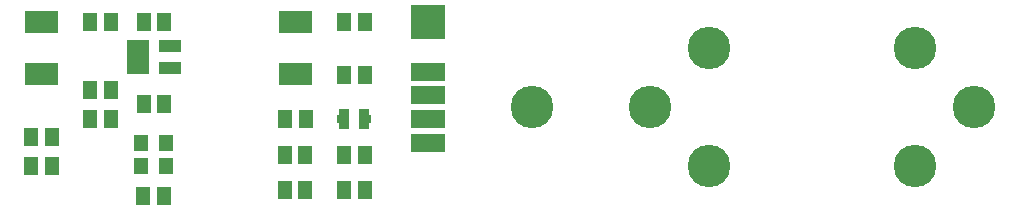
<source format=gbr>
G04 #@! TF.FileFunction,Soldermask,Top*
%FSLAX46Y46*%
G04 Gerber Fmt 4.6, Leading zero omitted, Abs format (unit mm)*
G04 Created by KiCad (PCBNEW 4.0.7-e2-6376~61~ubuntu18.04.1) date Fri Jul  6 14:55:34 2018*
%MOMM*%
%LPD*%
G01*
G04 APERTURE LIST*
%ADD10C,0.100000*%
%ADD11R,0.850000X1.850000*%
%ADD12R,1.200000X1.543000*%
%ADD13R,0.900000X0.775000*%
%ADD14R,1.050000X0.700000*%
%ADD15R,2.900000X1.650000*%
%ADD16R,1.300000X1.400000*%
%ADD17R,1.960000X1.050000*%
%ADD18C,3.600400*%
%ADD19R,2.900000X2.900000*%
G04 APERTURE END LIST*
D10*
D11*
X154000000Y-77200000D03*
X154650000Y-77200000D03*
X155300000Y-77200000D03*
X155950000Y-77200000D03*
X155950000Y-72800000D03*
X155300000Y-72800000D03*
X154650000Y-72800000D03*
X154000000Y-72800000D03*
D12*
X143850000Y-87500000D03*
X142100000Y-87500000D03*
X137650000Y-81000000D03*
X139400000Y-81000000D03*
X142150000Y-72750000D03*
X143900000Y-72750000D03*
X137650000Y-72750000D03*
X139400000Y-72750000D03*
X159150000Y-72750000D03*
X160900000Y-72750000D03*
X154150000Y-81000000D03*
X155900000Y-81000000D03*
X132650000Y-82500000D03*
X134400000Y-82500000D03*
D13*
X159150000Y-80462500D03*
X159150000Y-81537500D03*
D14*
X160925000Y-81000000D03*
X159075000Y-81000000D03*
D13*
X160850000Y-81537500D03*
X160850000Y-80462500D03*
D15*
X166250000Y-83000000D03*
X166250000Y-79000000D03*
X166250000Y-77000000D03*
X166250000Y-81000000D03*
D12*
X159150000Y-77250000D03*
X160900000Y-77250000D03*
X159150000Y-84000000D03*
X160900000Y-84000000D03*
X159150000Y-87000000D03*
X160900000Y-87000000D03*
X142150000Y-79750000D03*
X143900000Y-79750000D03*
X132650000Y-85000000D03*
X134400000Y-85000000D03*
X137650000Y-78500000D03*
X139400000Y-78500000D03*
X155850000Y-84000000D03*
X154100000Y-84000000D03*
X155850000Y-87000000D03*
X154100000Y-87000000D03*
D16*
X144050000Y-83050000D03*
X141950000Y-83050000D03*
X141950000Y-84950000D03*
X144050000Y-84950000D03*
D17*
X141650000Y-74800000D03*
X141650000Y-75750000D03*
X141650000Y-76700000D03*
X144350000Y-76700000D03*
X144350000Y-74800000D03*
D11*
X132500000Y-77200000D03*
X133150000Y-77200000D03*
X133800000Y-77200000D03*
X134450000Y-77200000D03*
X134450000Y-72800000D03*
X133800000Y-72800000D03*
X133150000Y-72800000D03*
X132500000Y-72800000D03*
D18*
X175000000Y-80000000D03*
X190000000Y-75000000D03*
X190000000Y-85000000D03*
X185000000Y-80000000D03*
X212500000Y-80000000D03*
X207500000Y-75000000D03*
X207500000Y-85000000D03*
D19*
X166250000Y-72750000D03*
M02*

</source>
